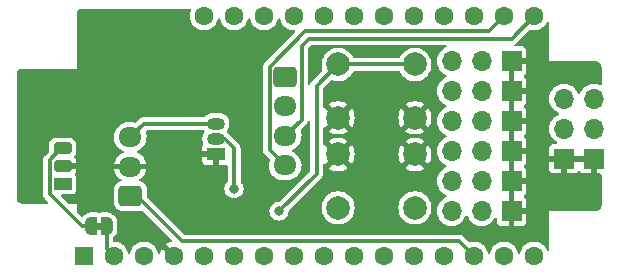
<source format=gbr>
G04 #@! TF.GenerationSoftware,KiCad,Pcbnew,7.0.8*
G04 #@! TF.CreationDate,2023-11-04T12:21:20-07:00*
G04 #@! TF.ProjectId,feather-fc,66656174-6865-4722-9d66-632e6b696361,rev?*
G04 #@! TF.SameCoordinates,Original*
G04 #@! TF.FileFunction,Copper,L2,Bot*
G04 #@! TF.FilePolarity,Positive*
%FSLAX46Y46*%
G04 Gerber Fmt 4.6, Leading zero omitted, Abs format (unit mm)*
G04 Created by KiCad (PCBNEW 7.0.8) date 2023-11-04 12:21:20*
%MOMM*%
%LPD*%
G01*
G04 APERTURE LIST*
G04 Aperture macros list*
%AMRoundRect*
0 Rectangle with rounded corners*
0 $1 Rounding radius*
0 $2 $3 $4 $5 $6 $7 $8 $9 X,Y pos of 4 corners*
0 Add a 4 corners polygon primitive as box body*
4,1,4,$2,$3,$4,$5,$6,$7,$8,$9,$2,$3,0*
0 Add four circle primitives for the rounded corners*
1,1,$1+$1,$2,$3*
1,1,$1+$1,$4,$5*
1,1,$1+$1,$6,$7*
1,1,$1+$1,$8,$9*
0 Add four rect primitives between the rounded corners*
20,1,$1+$1,$2,$3,$4,$5,0*
20,1,$1+$1,$4,$5,$6,$7,0*
20,1,$1+$1,$6,$7,$8,$9,0*
20,1,$1+$1,$8,$9,$2,$3,0*%
%AMFreePoly0*
4,1,19,0.500000,-0.750000,0.000000,-0.750000,0.000000,-0.744911,-0.071157,-0.744911,-0.207708,-0.704816,-0.327430,-0.627875,-0.420627,-0.520320,-0.479746,-0.390866,-0.500000,-0.250000,-0.500000,0.250000,-0.479746,0.390866,-0.420627,0.520320,-0.327430,0.627875,-0.207708,0.704816,-0.071157,0.744911,0.000000,0.744911,0.000000,0.750000,0.500000,0.750000,0.500000,-0.750000,0.500000,-0.750000,
$1*%
%AMFreePoly1*
4,1,19,0.000000,0.744911,0.071157,0.744911,0.207708,0.704816,0.327430,0.627875,0.420627,0.520320,0.479746,0.390866,0.500000,0.250000,0.500000,-0.250000,0.479746,-0.390866,0.420627,-0.520320,0.327430,-0.627875,0.207708,-0.704816,0.071157,-0.744911,0.000000,-0.744911,0.000000,-0.750000,-0.500000,-0.750000,-0.500000,0.750000,0.000000,0.750000,0.000000,0.744911,0.000000,0.744911,
$1*%
G04 Aperture macros list end*
G04 #@! TA.AperFunction,ComponentPad*
%ADD10R,1.600000X1.600000*%
G04 #@! TD*
G04 #@! TA.AperFunction,ComponentPad*
%ADD11C,1.600000*%
G04 #@! TD*
G04 #@! TA.AperFunction,ComponentPad*
%ADD12R,1.700000X1.700000*%
G04 #@! TD*
G04 #@! TA.AperFunction,ComponentPad*
%ADD13O,1.700000X1.700000*%
G04 #@! TD*
G04 #@! TA.AperFunction,ComponentPad*
%ADD14C,2.000000*%
G04 #@! TD*
G04 #@! TA.AperFunction,ComponentPad*
%ADD15R,1.500000X1.050000*%
G04 #@! TD*
G04 #@! TA.AperFunction,ComponentPad*
%ADD16O,1.500000X1.050000*%
G04 #@! TD*
G04 #@! TA.AperFunction,ComponentPad*
%ADD17RoundRect,0.250000X0.725000X-0.600000X0.725000X0.600000X-0.725000X0.600000X-0.725000X-0.600000X0*%
G04 #@! TD*
G04 #@! TA.AperFunction,ComponentPad*
%ADD18O,1.950000X1.700000*%
G04 #@! TD*
G04 #@! TA.AperFunction,ComponentPad*
%ADD19RoundRect,0.250000X-0.725000X0.600000X-0.725000X-0.600000X0.725000X-0.600000X0.725000X0.600000X0*%
G04 #@! TD*
G04 #@! TA.AperFunction,ComponentPad*
%ADD20R,1.500000X1.000000*%
G04 #@! TD*
G04 #@! TA.AperFunction,ComponentPad*
%ADD21RoundRect,0.250000X0.500000X-0.250000X0.500000X0.250000X-0.500000X0.250000X-0.500000X-0.250000X0*%
G04 #@! TD*
G04 #@! TA.AperFunction,SMDPad,CuDef*
%ADD22FreePoly0,180.000000*%
G04 #@! TD*
G04 #@! TA.AperFunction,SMDPad,CuDef*
%ADD23FreePoly1,180.000000*%
G04 #@! TD*
G04 #@! TA.AperFunction,ViaPad*
%ADD24C,0.800000*%
G04 #@! TD*
G04 #@! TA.AperFunction,Conductor*
%ADD25C,0.300000*%
G04 #@! TD*
G04 APERTURE END LIST*
G04 #@! TA.AperFunction,EtchedComponent*
G36*
X33270000Y-44750000D02*
G01*
X32770000Y-44750000D01*
X32770000Y-44150000D01*
X33270000Y-44150000D01*
X33270000Y-44750000D01*
G37*
G04 #@! TD.AperFunction*
D10*
X31750000Y-46990000D03*
D11*
X34290000Y-46990000D03*
X36830000Y-46990000D03*
X39370000Y-46990000D03*
X41910000Y-46990000D03*
X44450000Y-46990000D03*
X46990000Y-46990000D03*
X49530000Y-46990000D03*
X52070000Y-46990000D03*
X54610000Y-46990000D03*
X57150000Y-46990000D03*
X59690000Y-46990000D03*
X62230000Y-46990000D03*
X64770000Y-46990000D03*
X67310000Y-46990000D03*
X69850000Y-46990000D03*
X69850000Y-26670000D03*
X67310000Y-26670000D03*
X64770000Y-26670000D03*
X62230000Y-26670000D03*
X59690000Y-26670000D03*
X57150000Y-26670000D03*
X54610000Y-26670000D03*
X52070000Y-26670000D03*
X49530000Y-26670000D03*
X46990000Y-26670000D03*
X44450000Y-26670000D03*
X41910000Y-26670000D03*
D12*
X74930000Y-38735000D03*
D13*
X74930000Y-36195000D03*
X74930000Y-33655000D03*
D12*
X67945000Y-30480000D03*
D13*
X65405000Y-30480000D03*
X62865000Y-30480000D03*
D12*
X67945000Y-40640000D03*
D13*
X65405000Y-40640000D03*
X62865000Y-40640000D03*
D14*
X59765000Y-42890000D03*
X53265000Y-42890000D03*
X59765000Y-38390000D03*
X53265000Y-38390000D03*
D15*
X42905000Y-38327500D03*
D16*
X42905000Y-37057500D03*
X42905000Y-35787500D03*
D14*
X53265000Y-30770000D03*
X59765000Y-30770000D03*
X53265000Y-35270000D03*
X59765000Y-35270000D03*
D12*
X67945000Y-35560000D03*
D13*
X65405000Y-35560000D03*
X62865000Y-35560000D03*
D17*
X35670000Y-41910000D03*
D18*
X35670000Y-39410000D03*
X35670000Y-36910000D03*
D12*
X67945000Y-43180000D03*
D13*
X65405000Y-43180000D03*
X62865000Y-43180000D03*
D12*
X67945000Y-38100000D03*
D13*
X65405000Y-38100000D03*
X62865000Y-38100000D03*
D12*
X72390000Y-38735000D03*
D13*
X72390000Y-36195000D03*
X72390000Y-33655000D03*
D12*
X67945000Y-33020000D03*
D13*
X65405000Y-33020000D03*
X62865000Y-33020000D03*
D19*
X48785000Y-31810000D03*
D18*
X48785000Y-34310000D03*
X48785000Y-36810000D03*
X48785000Y-39310000D03*
D20*
X29929000Y-40870000D03*
D21*
X29929000Y-39370000D03*
X29929000Y-37870000D03*
D22*
X33670000Y-44450000D03*
D23*
X32370000Y-44450000D03*
D24*
X44450000Y-41275000D03*
X45085000Y-30275000D03*
X40005000Y-30275000D03*
X48260000Y-43180000D03*
D25*
X42905000Y-37057500D02*
X43651325Y-37057500D01*
X43651325Y-37057500D02*
X44450000Y-37856175D01*
X44450000Y-37856175D02*
X44450000Y-41275000D01*
X42905000Y-35787500D02*
X36792500Y-35787500D01*
X36792500Y-35787500D02*
X35670000Y-36910000D01*
X28829000Y-41720000D02*
X28829000Y-38871472D01*
X29830472Y-37870000D02*
X29929000Y-37870000D01*
X31559000Y-44450000D02*
X28829000Y-41720000D01*
X32370000Y-44450000D02*
X31559000Y-44450000D01*
X28829000Y-38871472D02*
X29830472Y-37870000D01*
X36195000Y-41910000D02*
X40005000Y-45720000D01*
X64770000Y-46990000D02*
X63500000Y-45720000D01*
X35670000Y-41910000D02*
X36195000Y-41910000D01*
X63500000Y-45720000D02*
X40005000Y-45720000D01*
X50800000Y-28575000D02*
X50165000Y-29210000D01*
X50165000Y-29210000D02*
X50165000Y-35430000D01*
X50165000Y-35430000D02*
X48785000Y-36810000D01*
X67945000Y-28575000D02*
X50800000Y-28575000D01*
X69850000Y-26670000D02*
X67945000Y-28575000D01*
X67310000Y-26670000D02*
X66040000Y-27940000D01*
X47460000Y-37985000D02*
X48785000Y-39310000D01*
X66040000Y-27940000D02*
X50481472Y-27940000D01*
X50481472Y-27940000D02*
X47460000Y-30961472D01*
X47460000Y-30961472D02*
X47460000Y-37985000D01*
X48260000Y-43180000D02*
X51435000Y-40005000D01*
X51435000Y-40005000D02*
X51435000Y-32600000D01*
X59765000Y-30770000D02*
X53265000Y-30770000D01*
X51435000Y-32600000D02*
X53265000Y-30770000D01*
X33670000Y-44450000D02*
X33670000Y-46370000D01*
X33670000Y-46370000D02*
X34290000Y-46990000D01*
G04 #@! TA.AperFunction,Conductor*
G36*
X40783397Y-26053907D02*
G01*
X40819361Y-26103407D01*
X40819361Y-26164593D01*
X40813827Y-26178128D01*
X40807030Y-26191779D01*
X40785771Y-26234472D01*
X40724885Y-26448464D01*
X40704357Y-26670000D01*
X40724885Y-26891536D01*
X40785771Y-27105528D01*
X40884942Y-27304689D01*
X41019019Y-27482236D01*
X41183438Y-27632124D01*
X41372599Y-27749247D01*
X41580060Y-27829618D01*
X41798757Y-27870500D01*
X42021243Y-27870500D01*
X42239940Y-27829618D01*
X42447401Y-27749247D01*
X42636562Y-27632124D01*
X42800981Y-27482236D01*
X42935058Y-27304689D01*
X43034229Y-27105528D01*
X43084780Y-26927859D01*
X43118889Y-26877065D01*
X43176342Y-26856021D01*
X43235191Y-26872765D01*
X43272960Y-26920902D01*
X43275215Y-26927845D01*
X43325771Y-27105528D01*
X43424942Y-27304689D01*
X43559019Y-27482236D01*
X43723438Y-27632124D01*
X43912599Y-27749247D01*
X44120060Y-27829618D01*
X44338757Y-27870500D01*
X44561243Y-27870500D01*
X44779940Y-27829618D01*
X44987401Y-27749247D01*
X45176562Y-27632124D01*
X45340981Y-27482236D01*
X45475058Y-27304689D01*
X45574229Y-27105528D01*
X45624780Y-26927859D01*
X45658889Y-26877065D01*
X45716342Y-26856021D01*
X45775191Y-26872765D01*
X45812960Y-26920902D01*
X45815215Y-26927845D01*
X45865771Y-27105528D01*
X45964942Y-27304689D01*
X46099019Y-27482236D01*
X46263438Y-27632124D01*
X46452599Y-27749247D01*
X46660060Y-27829618D01*
X46878757Y-27870500D01*
X47101243Y-27870500D01*
X47319940Y-27829618D01*
X47527401Y-27749247D01*
X47716562Y-27632124D01*
X47880981Y-27482236D01*
X48015058Y-27304689D01*
X48114229Y-27105528D01*
X48164780Y-26927859D01*
X48198889Y-26877065D01*
X48256342Y-26856021D01*
X48315191Y-26872765D01*
X48352960Y-26920902D01*
X48355215Y-26927845D01*
X48405771Y-27105528D01*
X48504942Y-27304689D01*
X48639019Y-27482236D01*
X48803438Y-27632124D01*
X48992599Y-27749247D01*
X49200060Y-27829618D01*
X49418757Y-27870500D01*
X49533438Y-27870500D01*
X49591629Y-27889407D01*
X49627593Y-27938907D01*
X49627593Y-28000093D01*
X49603442Y-28039504D01*
X47077381Y-30565565D01*
X47028956Y-30610791D01*
X47028955Y-30610793D01*
X47005624Y-30649156D01*
X47002773Y-30653345D01*
X46975639Y-30689129D01*
X46975638Y-30689131D01*
X46968269Y-30707815D01*
X46960765Y-30722924D01*
X46950327Y-30740090D01*
X46938210Y-30783333D01*
X46936594Y-30788138D01*
X46920123Y-30829909D01*
X46920122Y-30829913D01*
X46918068Y-30849889D01*
X46914919Y-30866462D01*
X46909500Y-30885806D01*
X46909500Y-30930708D01*
X46909240Y-30935773D01*
X46904648Y-30980445D01*
X46908060Y-31000231D01*
X46909500Y-31017054D01*
X46909500Y-37975602D01*
X46907238Y-38041826D01*
X46915931Y-38077500D01*
X46917867Y-38085441D01*
X46918814Y-38090423D01*
X46924930Y-38134921D01*
X46924930Y-38134922D01*
X46932931Y-38153341D01*
X46938313Y-38169345D01*
X46943065Y-38188846D01*
X46943068Y-38188854D01*
X46965075Y-38227995D01*
X46967327Y-38232528D01*
X46968401Y-38235000D01*
X46985220Y-38273721D01*
X46997891Y-38289295D01*
X47007391Y-38303253D01*
X47017232Y-38320757D01*
X47048992Y-38352518D01*
X47052390Y-38356283D01*
X47079820Y-38390000D01*
X47080722Y-38391108D01*
X47097124Y-38402686D01*
X47110036Y-38413561D01*
X47464242Y-38767767D01*
X47492019Y-38822284D01*
X47485272Y-38876679D01*
X47465896Y-38922012D01*
X47415810Y-39141459D01*
X47415808Y-39141473D01*
X47405709Y-39366328D01*
X47435925Y-39589387D01*
X47505483Y-39803466D01*
X47612148Y-40001681D01*
X47612148Y-40001682D01*
X47752491Y-40177665D01*
X47752492Y-40177666D01*
X47922004Y-40325765D01*
X48115236Y-40441215D01*
X48325976Y-40520307D01*
X48547453Y-40560500D01*
X48547457Y-40560500D01*
X48966151Y-40560500D01*
X48966155Y-40560500D01*
X49013560Y-40556233D01*
X49134180Y-40545378D01*
X49134183Y-40545377D01*
X49134188Y-40545377D01*
X49351170Y-40485493D01*
X49553973Y-40387829D01*
X49736078Y-40255522D01*
X49891632Y-40092825D01*
X50015635Y-39904968D01*
X50104103Y-39697988D01*
X50154191Y-39478537D01*
X50164290Y-39253670D01*
X50134075Y-39030613D01*
X50064517Y-38816536D01*
X50064516Y-38816535D01*
X50064516Y-38816533D01*
X49983873Y-38666675D01*
X49957852Y-38618319D01*
X49957851Y-38618317D01*
X49817508Y-38442334D01*
X49817507Y-38442333D01*
X49675171Y-38317977D01*
X49647996Y-38294235D01*
X49454764Y-38178785D01*
X49448676Y-38176500D01*
X49387819Y-38153660D01*
X49339982Y-38115512D01*
X49323705Y-38056532D01*
X49345203Y-37999248D01*
X49379649Y-37971777D01*
X49553973Y-37887829D01*
X49736078Y-37755522D01*
X49891632Y-37592825D01*
X50015635Y-37404968D01*
X50104103Y-37197988D01*
X50154191Y-36978537D01*
X50164290Y-36753670D01*
X50134075Y-36530613D01*
X50134074Y-36530612D01*
X50134074Y-36530607D01*
X50081418Y-36368552D01*
X50081417Y-36307367D01*
X50105566Y-36267957D01*
X50547618Y-35825906D01*
X50596044Y-35780680D01*
X50619379Y-35742306D01*
X50622217Y-35738134D01*
X50649361Y-35702342D01*
X50656731Y-35683651D01*
X50664236Y-35668541D01*
X50674672Y-35651382D01*
X50686790Y-35608130D01*
X50688405Y-35603330D01*
X50688840Y-35602227D01*
X50693404Y-35590652D01*
X50732341Y-35543459D01*
X50791584Y-35528163D01*
X50848503Y-35550611D01*
X50881357Y-35602227D01*
X50884500Y-35626976D01*
X50884500Y-39735966D01*
X50865593Y-39794157D01*
X50855504Y-39805970D01*
X48314967Y-42346506D01*
X48260450Y-42374283D01*
X48256048Y-42374879D01*
X48080750Y-42394630D01*
X48080738Y-42394633D01*
X47910477Y-42454211D01*
X47910476Y-42454211D01*
X47757741Y-42550181D01*
X47630181Y-42677741D01*
X47534211Y-42830476D01*
X47534211Y-42830477D01*
X47474633Y-43000738D01*
X47474632Y-43000742D01*
X47454435Y-43180000D01*
X47474632Y-43359257D01*
X47474633Y-43359261D01*
X47534211Y-43529522D01*
X47534211Y-43529523D01*
X47630181Y-43682258D01*
X47630184Y-43682262D01*
X47757738Y-43809816D01*
X47910478Y-43905789D01*
X47962279Y-43923915D01*
X48080738Y-43965366D01*
X48080742Y-43965367D01*
X48080745Y-43965368D01*
X48260000Y-43985565D01*
X48439255Y-43965368D01*
X48609522Y-43905789D01*
X48762262Y-43809816D01*
X48889816Y-43682262D01*
X48985789Y-43529522D01*
X49045368Y-43359255D01*
X49065120Y-43183947D01*
X49090423Y-43128242D01*
X49093471Y-43125052D01*
X49328523Y-42890000D01*
X51859700Y-42890000D01*
X51878865Y-43121303D01*
X51906985Y-43232344D01*
X51935843Y-43346300D01*
X52029076Y-43558849D01*
X52156021Y-43753153D01*
X52313216Y-43923913D01*
X52496374Y-44066470D01*
X52594365Y-44119500D01*
X52660234Y-44155147D01*
X52700497Y-44176936D01*
X52920019Y-44252298D01*
X53148951Y-44290500D01*
X53381049Y-44290500D01*
X53609981Y-44252298D01*
X53829503Y-44176936D01*
X54033626Y-44066470D01*
X54216784Y-43923913D01*
X54373979Y-43753153D01*
X54500924Y-43558849D01*
X54594157Y-43346300D01*
X54651134Y-43121305D01*
X54670300Y-42890000D01*
X58359700Y-42890000D01*
X58378865Y-43121303D01*
X58406985Y-43232344D01*
X58435843Y-43346300D01*
X58529076Y-43558849D01*
X58656021Y-43753153D01*
X58813216Y-43923913D01*
X58996374Y-44066470D01*
X59094365Y-44119500D01*
X59160234Y-44155147D01*
X59200497Y-44176936D01*
X59420019Y-44252298D01*
X59648951Y-44290500D01*
X59881049Y-44290500D01*
X60109981Y-44252298D01*
X60329503Y-44176936D01*
X60533626Y-44066470D01*
X60716784Y-43923913D01*
X60873979Y-43753153D01*
X61000924Y-43558849D01*
X61094157Y-43346300D01*
X61151134Y-43121305D01*
X61170300Y-42890000D01*
X61151134Y-42658695D01*
X61094157Y-42433700D01*
X61000924Y-42221151D01*
X60873979Y-42026847D01*
X60716784Y-41856087D01*
X60615504Y-41777258D01*
X60533629Y-41713532D01*
X60533626Y-41713530D01*
X60329506Y-41603065D01*
X60313221Y-41597474D01*
X60109981Y-41527702D01*
X60109978Y-41527701D01*
X60109977Y-41527701D01*
X59881049Y-41489500D01*
X59648951Y-41489500D01*
X59420022Y-41527701D01*
X59200493Y-41603065D01*
X58996373Y-41713530D01*
X58996370Y-41713532D01*
X58813219Y-41856084D01*
X58813216Y-41856086D01*
X58813216Y-41856087D01*
X58735079Y-41940967D01*
X58656020Y-42026848D01*
X58620926Y-42080564D01*
X58529076Y-42221151D01*
X58452980Y-42394633D01*
X58435843Y-42433701D01*
X58378865Y-42658696D01*
X58359700Y-42890000D01*
X54670300Y-42890000D01*
X54651134Y-42658695D01*
X54594157Y-42433700D01*
X54500924Y-42221151D01*
X54373979Y-42026847D01*
X54216784Y-41856087D01*
X54115504Y-41777258D01*
X54033629Y-41713532D01*
X54033626Y-41713530D01*
X53829506Y-41603065D01*
X53813221Y-41597474D01*
X53609981Y-41527702D01*
X53609978Y-41527701D01*
X53609977Y-41527701D01*
X53381049Y-41489500D01*
X53148951Y-41489500D01*
X52920022Y-41527701D01*
X52700493Y-41603065D01*
X52496373Y-41713530D01*
X52496370Y-41713532D01*
X52313219Y-41856084D01*
X52313216Y-41856086D01*
X52313216Y-41856087D01*
X52235079Y-41940967D01*
X52156020Y-42026848D01*
X52120926Y-42080564D01*
X52029076Y-42221151D01*
X51952980Y-42394633D01*
X51935843Y-42433701D01*
X51878865Y-42658696D01*
X51859700Y-42890000D01*
X49328523Y-42890000D01*
X51817603Y-40400920D01*
X51866044Y-40355680D01*
X51889383Y-40317298D01*
X51892229Y-40313118D01*
X51895199Y-40309202D01*
X51919361Y-40277342D01*
X51926727Y-40258660D01*
X51934239Y-40243537D01*
X51944672Y-40226382D01*
X51956790Y-40183130D01*
X51958397Y-40178348D01*
X51974876Y-40136564D01*
X51976929Y-40116585D01*
X51980082Y-40100004D01*
X51985499Y-40080668D01*
X51985500Y-40080667D01*
X51985500Y-40035763D01*
X51985760Y-40030698D01*
X51987006Y-40018568D01*
X51990352Y-39986028D01*
X51986939Y-39966231D01*
X51985500Y-39949412D01*
X51985500Y-39284124D01*
X52004407Y-39225933D01*
X52053907Y-39189969D01*
X52094714Y-39185652D01*
X52113812Y-39187632D01*
X52739070Y-38562374D01*
X52741884Y-38575915D01*
X52811442Y-38710156D01*
X52914638Y-38820652D01*
X53043819Y-38899209D01*
X53095002Y-38913550D01*
X52466200Y-39542352D01*
X52496646Y-39566049D01*
X52700695Y-39676475D01*
X52920145Y-39751812D01*
X53148993Y-39790000D01*
X53381007Y-39790000D01*
X53609854Y-39751812D01*
X53829304Y-39676475D01*
X54033352Y-39566049D01*
X54033356Y-39566046D01*
X54063798Y-39542352D01*
X54063798Y-39542351D01*
X53436568Y-38915121D01*
X53553458Y-38864349D01*
X53670739Y-38768934D01*
X53757928Y-38645415D01*
X53788355Y-38559801D01*
X54416187Y-39187633D01*
X54500480Y-39058614D01*
X54500485Y-39058605D01*
X54593679Y-38846140D01*
X54593680Y-38846137D01*
X54650638Y-38621220D01*
X54669797Y-38390000D01*
X58360202Y-38390000D01*
X58379361Y-38621220D01*
X58436318Y-38846137D01*
X58529517Y-39058609D01*
X58613812Y-39187632D01*
X59239070Y-38562374D01*
X59241884Y-38575915D01*
X59311442Y-38710156D01*
X59414638Y-38820652D01*
X59543819Y-38899209D01*
X59595002Y-38913550D01*
X58966200Y-39542352D01*
X58996646Y-39566049D01*
X59200695Y-39676475D01*
X59420145Y-39751812D01*
X59648993Y-39790000D01*
X59881007Y-39790000D01*
X60109854Y-39751812D01*
X60329304Y-39676475D01*
X60533352Y-39566049D01*
X60533356Y-39566046D01*
X60563798Y-39542352D01*
X60563798Y-39542351D01*
X59936568Y-38915121D01*
X60053458Y-38864349D01*
X60170739Y-38768934D01*
X60257928Y-38645415D01*
X60288355Y-38559801D01*
X60916187Y-39187633D01*
X61000480Y-39058614D01*
X61000485Y-39058605D01*
X61093679Y-38846140D01*
X61093680Y-38846137D01*
X61150638Y-38621220D01*
X61169797Y-38390000D01*
X61150638Y-38158779D01*
X61093680Y-37933862D01*
X61093679Y-37933859D01*
X61000485Y-37721394D01*
X61000480Y-37721385D01*
X60916187Y-37592365D01*
X60290929Y-38217622D01*
X60288116Y-38204085D01*
X60218558Y-38069844D01*
X60115362Y-37959348D01*
X59986181Y-37880791D01*
X59934994Y-37866449D01*
X60563798Y-37237646D01*
X60563798Y-37237645D01*
X60533362Y-37213956D01*
X60533353Y-37213951D01*
X60329304Y-37103524D01*
X60109854Y-37028187D01*
X59881007Y-36990000D01*
X59648993Y-36990000D01*
X59420145Y-37028187D01*
X59200695Y-37103524D01*
X58996647Y-37213950D01*
X58996647Y-37213951D01*
X58966200Y-37237646D01*
X59593432Y-37864878D01*
X59476542Y-37915651D01*
X59359261Y-38011066D01*
X59272072Y-38134585D01*
X59241645Y-38220198D01*
X58613811Y-37592365D01*
X58529518Y-37721388D01*
X58529516Y-37721391D01*
X58436318Y-37933862D01*
X58379361Y-38158779D01*
X58360202Y-38390000D01*
X54669797Y-38390000D01*
X54650638Y-38158779D01*
X54593680Y-37933862D01*
X54593679Y-37933859D01*
X54500485Y-37721394D01*
X54500480Y-37721385D01*
X54416187Y-37592365D01*
X53790929Y-38217622D01*
X53788116Y-38204085D01*
X53718558Y-38069844D01*
X53615362Y-37959348D01*
X53486181Y-37880791D01*
X53434994Y-37866449D01*
X54063798Y-37237646D01*
X54063798Y-37237645D01*
X54033362Y-37213956D01*
X54033353Y-37213951D01*
X53829304Y-37103524D01*
X53609854Y-37028187D01*
X53381007Y-36990000D01*
X53148993Y-36990000D01*
X52920145Y-37028187D01*
X52700695Y-37103524D01*
X52496647Y-37213950D01*
X52496647Y-37213951D01*
X52466200Y-37237646D01*
X53093432Y-37864878D01*
X52976542Y-37915651D01*
X52859261Y-38011066D01*
X52772072Y-38134585D01*
X52741645Y-38220198D01*
X52113811Y-37592364D01*
X52094712Y-37594345D01*
X52034881Y-37581541D01*
X51994003Y-37536015D01*
X51985500Y-37495873D01*
X51985500Y-36164124D01*
X52004407Y-36105933D01*
X52053907Y-36069969D01*
X52094714Y-36065652D01*
X52113812Y-36067632D01*
X52739070Y-35442374D01*
X52741884Y-35455915D01*
X52811442Y-35590156D01*
X52914638Y-35700652D01*
X53043819Y-35779209D01*
X53095002Y-35793550D01*
X52466200Y-36422352D01*
X52496646Y-36446049D01*
X52700695Y-36556475D01*
X52920145Y-36631812D01*
X53148993Y-36670000D01*
X53381007Y-36670000D01*
X53609854Y-36631812D01*
X53829304Y-36556475D01*
X54033352Y-36446049D01*
X54033356Y-36446046D01*
X54063798Y-36422352D01*
X54063798Y-36422351D01*
X53436568Y-35795121D01*
X53553458Y-35744349D01*
X53670739Y-35648934D01*
X53757928Y-35525415D01*
X53788355Y-35439801D01*
X54416187Y-36067633D01*
X54500480Y-35938614D01*
X54500485Y-35938605D01*
X54593679Y-35726140D01*
X54593680Y-35726137D01*
X54650638Y-35501220D01*
X54669797Y-35270000D01*
X58360202Y-35270000D01*
X58379361Y-35501220D01*
X58436318Y-35726137D01*
X58529517Y-35938609D01*
X58613812Y-36067632D01*
X59239070Y-35442374D01*
X59241884Y-35455915D01*
X59311442Y-35590156D01*
X59414638Y-35700652D01*
X59543819Y-35779209D01*
X59595002Y-35793550D01*
X58966200Y-36422352D01*
X58996646Y-36446049D01*
X59200695Y-36556475D01*
X59420145Y-36631812D01*
X59648993Y-36670000D01*
X59881007Y-36670000D01*
X60109854Y-36631812D01*
X60329304Y-36556475D01*
X60533352Y-36446049D01*
X60533356Y-36446046D01*
X60563798Y-36422352D01*
X60563798Y-36422351D01*
X59936568Y-35795121D01*
X60053458Y-35744349D01*
X60170739Y-35648934D01*
X60257928Y-35525415D01*
X60288355Y-35439801D01*
X60916187Y-36067633D01*
X61000480Y-35938614D01*
X61000485Y-35938605D01*
X61093679Y-35726140D01*
X61093680Y-35726137D01*
X61150638Y-35501220D01*
X61169797Y-35270000D01*
X61150638Y-35038779D01*
X61093680Y-34813862D01*
X61093679Y-34813859D01*
X61000485Y-34601394D01*
X61000480Y-34601385D01*
X60916187Y-34472365D01*
X60290929Y-35097622D01*
X60288116Y-35084085D01*
X60218558Y-34949844D01*
X60115362Y-34839348D01*
X59986181Y-34760791D01*
X59934994Y-34746449D01*
X60563798Y-34117646D01*
X60563798Y-34117645D01*
X60533362Y-34093956D01*
X60533353Y-34093951D01*
X60329304Y-33983524D01*
X60109854Y-33908187D01*
X59881007Y-33870000D01*
X59648993Y-33870000D01*
X59420145Y-33908187D01*
X59200695Y-33983524D01*
X58996647Y-34093950D01*
X58996647Y-34093951D01*
X58966200Y-34117646D01*
X59593432Y-34744878D01*
X59476542Y-34795651D01*
X59359261Y-34891066D01*
X59272072Y-35014585D01*
X59241645Y-35100198D01*
X58613811Y-34472365D01*
X58529518Y-34601388D01*
X58529516Y-34601391D01*
X58436318Y-34813862D01*
X58379361Y-35038779D01*
X58360202Y-35270000D01*
X54669797Y-35270000D01*
X54650638Y-35038779D01*
X54593680Y-34813862D01*
X54593679Y-34813859D01*
X54500485Y-34601394D01*
X54500480Y-34601385D01*
X54416187Y-34472365D01*
X53790929Y-35097622D01*
X53788116Y-35084085D01*
X53718558Y-34949844D01*
X53615362Y-34839348D01*
X53486181Y-34760791D01*
X53434994Y-34746449D01*
X54063798Y-34117646D01*
X54063798Y-34117645D01*
X54033362Y-34093956D01*
X54033353Y-34093951D01*
X53829304Y-33983524D01*
X53609854Y-33908187D01*
X53381007Y-33870000D01*
X53148993Y-33870000D01*
X52920145Y-33908187D01*
X52700695Y-33983524D01*
X52496647Y-34093950D01*
X52496647Y-34093951D01*
X52466200Y-34117646D01*
X53093432Y-34744878D01*
X52976542Y-34795651D01*
X52859261Y-34891066D01*
X52772072Y-35014585D01*
X52741645Y-35100198D01*
X52113811Y-34472364D01*
X52094712Y-34474345D01*
X52034881Y-34461541D01*
X51994003Y-34416015D01*
X51985500Y-34375873D01*
X51985500Y-32869032D01*
X52004407Y-32810841D01*
X52014490Y-32799034D01*
X52698555Y-32114968D01*
X52753072Y-32087192D01*
X52800703Y-32091336D01*
X52920019Y-32132298D01*
X53148951Y-32170500D01*
X53381049Y-32170500D01*
X53609981Y-32132298D01*
X53829503Y-32056936D01*
X54033626Y-31946470D01*
X54216784Y-31803913D01*
X54373979Y-31633153D01*
X54500924Y-31438849D01*
X54526855Y-31379731D01*
X54567545Y-31334038D01*
X54617517Y-31320500D01*
X58412483Y-31320500D01*
X58470674Y-31339407D01*
X58503144Y-31379731D01*
X58529076Y-31438849D01*
X58656021Y-31633153D01*
X58813216Y-31803913D01*
X58996374Y-31946470D01*
X59200497Y-32056936D01*
X59420019Y-32132298D01*
X59648951Y-32170500D01*
X59881049Y-32170500D01*
X60109981Y-32132298D01*
X60329503Y-32056936D01*
X60533626Y-31946470D01*
X60716784Y-31803913D01*
X60873979Y-31633153D01*
X61000924Y-31438849D01*
X61094157Y-31226300D01*
X61151134Y-31001305D01*
X61170300Y-30770000D01*
X61151134Y-30538695D01*
X61094157Y-30313700D01*
X61000924Y-30101151D01*
X60873979Y-29906847D01*
X60716784Y-29736087D01*
X60540031Y-29598515D01*
X60533629Y-29593532D01*
X60533626Y-29593530D01*
X60329506Y-29483065D01*
X60282340Y-29466873D01*
X60109981Y-29407702D01*
X60109978Y-29407701D01*
X60109977Y-29407701D01*
X59881049Y-29369500D01*
X59648951Y-29369500D01*
X59420022Y-29407701D01*
X59200493Y-29483065D01*
X58996373Y-29593530D01*
X58996370Y-29593532D01*
X58813219Y-29736084D01*
X58813216Y-29736086D01*
X58813216Y-29736087D01*
X58731822Y-29824505D01*
X58656020Y-29906848D01*
X58608228Y-29980000D01*
X58531841Y-30096920D01*
X58529075Y-30101153D01*
X58503145Y-30160268D01*
X58462455Y-30205962D01*
X58412483Y-30219500D01*
X54617517Y-30219500D01*
X54559326Y-30200593D01*
X54526855Y-30160268D01*
X54522001Y-30149202D01*
X54500924Y-30101151D01*
X54373979Y-29906847D01*
X54216784Y-29736087D01*
X54040031Y-29598515D01*
X54033629Y-29593532D01*
X54033626Y-29593530D01*
X53829506Y-29483065D01*
X53782340Y-29466873D01*
X53609981Y-29407702D01*
X53609978Y-29407701D01*
X53609977Y-29407701D01*
X53381049Y-29369500D01*
X53148951Y-29369500D01*
X52920022Y-29407701D01*
X52700493Y-29483065D01*
X52496373Y-29593530D01*
X52496370Y-29593532D01*
X52313219Y-29736084D01*
X52313216Y-29736086D01*
X52313216Y-29736087D01*
X52231822Y-29824505D01*
X52156020Y-29906848D01*
X52108228Y-29980000D01*
X52029076Y-30101151D01*
X51935843Y-30313700D01*
X51921414Y-30370678D01*
X51878865Y-30538696D01*
X51859700Y-30770000D01*
X51878865Y-31001303D01*
X51878867Y-31001312D01*
X51935844Y-31226306D01*
X51937434Y-31229930D01*
X51943492Y-31290815D01*
X51916775Y-31339697D01*
X51052381Y-32204093D01*
X51003956Y-32249319D01*
X51003955Y-32249321D01*
X50980624Y-32287684D01*
X50977773Y-32291873D01*
X50950639Y-32327657D01*
X50950638Y-32327659D01*
X50943269Y-32346343D01*
X50935765Y-32361452D01*
X50925327Y-32378618D01*
X50913211Y-32421860D01*
X50911596Y-32426663D01*
X50906600Y-32439332D01*
X50867667Y-32486533D01*
X50808426Y-32501835D01*
X50751505Y-32479393D01*
X50718646Y-32427780D01*
X50715500Y-32403021D01*
X50715500Y-29479033D01*
X50734407Y-29420842D01*
X50744496Y-29409029D01*
X50999029Y-29154496D01*
X51053546Y-29126719D01*
X51069033Y-29125500D01*
X62364238Y-29125500D01*
X62422429Y-29144407D01*
X62458393Y-29193907D01*
X62458393Y-29255093D01*
X62422429Y-29304593D01*
X62406077Y-29314224D01*
X62237371Y-29392892D01*
X62237364Y-29392896D01*
X62058127Y-29518398D01*
X61903398Y-29673127D01*
X61777896Y-29852364D01*
X61777892Y-29852372D01*
X61685426Y-30050666D01*
X61628791Y-30262030D01*
X61609723Y-30479996D01*
X61609723Y-30480000D01*
X61628791Y-30697969D01*
X61628792Y-30697976D01*
X61628793Y-30697977D01*
X61685425Y-30909330D01*
X61777898Y-31107639D01*
X61783349Y-31115424D01*
X61880043Y-31253518D01*
X61903402Y-31286877D01*
X62058123Y-31441598D01*
X62237361Y-31567102D01*
X62435670Y-31659575D01*
X62435671Y-31659575D01*
X62437172Y-31660275D01*
X62481920Y-31702004D01*
X62493595Y-31762065D01*
X62467737Y-31817518D01*
X62437172Y-31839724D01*
X62237372Y-31932892D01*
X62237364Y-31932896D01*
X62058127Y-32058398D01*
X61903398Y-32213127D01*
X61777896Y-32392364D01*
X61777892Y-32392372D01*
X61685426Y-32590666D01*
X61628791Y-32802030D01*
X61609723Y-33019996D01*
X61609723Y-33020003D01*
X61628791Y-33237969D01*
X61628792Y-33237976D01*
X61628793Y-33237977D01*
X61685425Y-33449330D01*
X61777898Y-33647639D01*
X61903402Y-33826877D01*
X62058123Y-33981598D01*
X62058126Y-33981600D01*
X62058127Y-33981601D01*
X62077464Y-33995141D01*
X62237361Y-34107102D01*
X62435670Y-34199575D01*
X62435671Y-34199575D01*
X62437172Y-34200275D01*
X62481920Y-34242004D01*
X62493595Y-34302065D01*
X62467737Y-34357518D01*
X62437172Y-34379724D01*
X62237372Y-34472892D01*
X62237364Y-34472896D01*
X62058127Y-34598398D01*
X61903398Y-34753127D01*
X61777896Y-34932364D01*
X61777892Y-34932372D01*
X61685426Y-35130666D01*
X61628791Y-35342030D01*
X61609723Y-35559996D01*
X61609723Y-35560003D01*
X61628791Y-35777969D01*
X61628792Y-35777976D01*
X61628793Y-35777977D01*
X61685425Y-35989330D01*
X61777898Y-36187639D01*
X61785910Y-36199081D01*
X61901603Y-36364309D01*
X61903402Y-36366877D01*
X62058123Y-36521598D01*
X62237361Y-36647102D01*
X62435670Y-36739575D01*
X62435671Y-36739575D01*
X62437172Y-36740275D01*
X62481920Y-36782004D01*
X62493595Y-36842065D01*
X62467737Y-36897518D01*
X62437172Y-36919724D01*
X62237372Y-37012892D01*
X62237364Y-37012896D01*
X62058127Y-37138398D01*
X61903398Y-37293127D01*
X61777896Y-37472364D01*
X61777892Y-37472372D01*
X61685426Y-37670666D01*
X61628791Y-37882030D01*
X61609723Y-38099996D01*
X61609723Y-38100003D01*
X61628791Y-38317969D01*
X61628792Y-38317976D01*
X61628793Y-38317977D01*
X61685425Y-38529330D01*
X61777898Y-38727639D01*
X61789041Y-38743553D01*
X61898032Y-38899209D01*
X61903402Y-38906877D01*
X62058123Y-39061598D01*
X62237361Y-39187102D01*
X62435670Y-39279575D01*
X62435671Y-39279575D01*
X62437172Y-39280275D01*
X62481920Y-39322004D01*
X62493595Y-39382065D01*
X62467737Y-39437518D01*
X62437172Y-39459724D01*
X62237372Y-39552892D01*
X62237364Y-39552896D01*
X62058127Y-39678398D01*
X61903398Y-39833127D01*
X61777896Y-40012364D01*
X61777892Y-40012372D01*
X61685426Y-40210666D01*
X61628791Y-40422030D01*
X61609723Y-40639996D01*
X61609723Y-40640003D01*
X61628791Y-40857969D01*
X61628792Y-40857976D01*
X61628793Y-40857977D01*
X61685425Y-41069330D01*
X61777898Y-41267639D01*
X61903402Y-41446877D01*
X62058123Y-41601598D01*
X62058126Y-41601600D01*
X62058127Y-41601601D01*
X62067754Y-41608342D01*
X62237361Y-41727102D01*
X62435670Y-41819575D01*
X62435671Y-41819575D01*
X62437172Y-41820275D01*
X62481920Y-41862004D01*
X62493595Y-41922065D01*
X62467737Y-41977518D01*
X62437172Y-41999724D01*
X62237372Y-42092892D01*
X62237364Y-42092896D01*
X62058127Y-42218398D01*
X61903398Y-42373127D01*
X61777896Y-42552364D01*
X61777892Y-42552372D01*
X61685426Y-42750666D01*
X61628791Y-42962030D01*
X61609723Y-43179996D01*
X61609723Y-43180000D01*
X61628791Y-43397969D01*
X61628792Y-43397976D01*
X61628793Y-43397977D01*
X61685425Y-43609330D01*
X61777898Y-43807639D01*
X61779424Y-43809818D01*
X61902482Y-43985564D01*
X61903402Y-43986877D01*
X62058123Y-44141598D01*
X62237361Y-44267102D01*
X62435670Y-44359575D01*
X62647023Y-44416207D01*
X62647027Y-44416207D01*
X62647030Y-44416208D01*
X62864997Y-44435277D01*
X62865000Y-44435277D01*
X62865003Y-44435277D01*
X63082969Y-44416208D01*
X63082970Y-44416207D01*
X63082977Y-44416207D01*
X63294330Y-44359575D01*
X63492639Y-44267102D01*
X63671877Y-44141598D01*
X63826598Y-43986877D01*
X63952102Y-43807639D01*
X64044575Y-43609330D01*
X64044576Y-43609325D01*
X64045275Y-43607827D01*
X64087004Y-43563079D01*
X64147065Y-43551404D01*
X64202518Y-43577262D01*
X64224725Y-43607827D01*
X64225423Y-43609325D01*
X64225425Y-43609330D01*
X64317898Y-43807639D01*
X64319424Y-43809818D01*
X64442482Y-43985564D01*
X64443402Y-43986877D01*
X64598123Y-44141598D01*
X64777361Y-44267102D01*
X64975670Y-44359575D01*
X65187023Y-44416207D01*
X65187027Y-44416207D01*
X65187030Y-44416208D01*
X65404997Y-44435277D01*
X65405000Y-44435277D01*
X65405003Y-44435277D01*
X65622969Y-44416208D01*
X65622970Y-44416207D01*
X65622977Y-44416207D01*
X65834330Y-44359575D01*
X66032639Y-44267102D01*
X66211877Y-44141598D01*
X66366598Y-43986877D01*
X66492102Y-43807639D01*
X66506275Y-43777242D01*
X66548001Y-43732495D01*
X66608062Y-43720819D01*
X66663516Y-43746675D01*
X66693180Y-43800188D01*
X66695000Y-43819081D01*
X66695000Y-44061483D01*
X66695001Y-44061485D01*
X66709833Y-44155141D01*
X66709836Y-44155151D01*
X66767358Y-44268043D01*
X66856956Y-44357641D01*
X66969848Y-44415163D01*
X66969852Y-44415164D01*
X67063515Y-44429999D01*
X67694998Y-44429999D01*
X67695000Y-44429998D01*
X67695000Y-43615501D01*
X67802685Y-43664680D01*
X67909237Y-43680000D01*
X67980763Y-43680000D01*
X68087315Y-43664680D01*
X68195000Y-43615501D01*
X68195000Y-44429998D01*
X68195001Y-44429999D01*
X68826483Y-44429999D01*
X68826485Y-44429998D01*
X68920141Y-44415166D01*
X68920151Y-44415163D01*
X69033043Y-44357641D01*
X69122641Y-44268043D01*
X69180163Y-44155151D01*
X69180164Y-44155147D01*
X69195000Y-44061484D01*
X69195000Y-43430001D01*
X69194999Y-43430000D01*
X68378686Y-43430000D01*
X68404493Y-43389844D01*
X68445000Y-43251889D01*
X68445000Y-43108111D01*
X68404493Y-42970156D01*
X68378686Y-42930000D01*
X69194998Y-42930000D01*
X69194999Y-42929999D01*
X69194999Y-42298516D01*
X69194998Y-42298514D01*
X69180166Y-42204858D01*
X69180163Y-42204848D01*
X69122641Y-42091956D01*
X69033043Y-42002358D01*
X69024901Y-41998210D01*
X68981636Y-41954946D01*
X68972064Y-41894514D01*
X68999841Y-41839997D01*
X69024901Y-41821790D01*
X69033043Y-41817641D01*
X69122641Y-41728043D01*
X69180163Y-41615151D01*
X69180164Y-41615147D01*
X69195000Y-41521484D01*
X69195000Y-40890001D01*
X69194999Y-40890000D01*
X68378686Y-40890000D01*
X68404493Y-40849844D01*
X68445000Y-40711889D01*
X68445000Y-40568111D01*
X68404493Y-40430156D01*
X68378686Y-40390000D01*
X69194998Y-40390000D01*
X69194999Y-40389999D01*
X69194999Y-39758516D01*
X69194998Y-39758514D01*
X69180166Y-39664858D01*
X69180163Y-39664848D01*
X69122641Y-39551956D01*
X69033043Y-39462358D01*
X69024901Y-39458210D01*
X68981636Y-39414946D01*
X68972064Y-39354514D01*
X68999841Y-39299997D01*
X69024901Y-39281790D01*
X69033043Y-39277641D01*
X69122641Y-39188043D01*
X69180163Y-39075151D01*
X69180164Y-39075147D01*
X69195000Y-38981484D01*
X69195000Y-38350001D01*
X69194999Y-38350000D01*
X68378686Y-38350000D01*
X68404493Y-38309844D01*
X68445000Y-38171889D01*
X68445000Y-38028111D01*
X68404493Y-37890156D01*
X68378686Y-37850000D01*
X69194998Y-37850000D01*
X69194999Y-37849999D01*
X69194999Y-37218516D01*
X69194998Y-37218514D01*
X69180166Y-37124858D01*
X69180163Y-37124848D01*
X69122641Y-37011956D01*
X69033043Y-36922358D01*
X69024901Y-36918210D01*
X68981636Y-36874946D01*
X68972064Y-36814514D01*
X68999841Y-36759997D01*
X69024901Y-36741790D01*
X69033043Y-36737641D01*
X69122641Y-36648043D01*
X69180163Y-36535151D01*
X69180164Y-36535147D01*
X69195000Y-36441484D01*
X69195000Y-35810001D01*
X69194999Y-35810000D01*
X68378686Y-35810000D01*
X68404493Y-35769844D01*
X68445000Y-35631889D01*
X68445000Y-35488111D01*
X68404493Y-35350156D01*
X68378686Y-35310000D01*
X69194998Y-35310000D01*
X69194999Y-35309999D01*
X69194999Y-34678516D01*
X69194998Y-34678514D01*
X69180166Y-34584858D01*
X69180163Y-34584848D01*
X69122641Y-34471956D01*
X69033043Y-34382358D01*
X69024901Y-34378210D01*
X68981636Y-34334946D01*
X68972064Y-34274514D01*
X68999841Y-34219997D01*
X69024901Y-34201790D01*
X69033043Y-34197641D01*
X69122641Y-34108043D01*
X69180163Y-33995151D01*
X69180164Y-33995147D01*
X69195000Y-33901484D01*
X69195000Y-33270001D01*
X69194999Y-33270000D01*
X68378686Y-33270000D01*
X68404493Y-33229844D01*
X68445000Y-33091889D01*
X68445000Y-32948111D01*
X68404493Y-32810156D01*
X68378686Y-32770000D01*
X69194998Y-32770000D01*
X69194999Y-32769999D01*
X69194999Y-32138516D01*
X69194998Y-32138514D01*
X69180166Y-32044858D01*
X69180163Y-32044848D01*
X69122641Y-31931956D01*
X69033043Y-31842358D01*
X69024901Y-31838210D01*
X68981636Y-31794946D01*
X68972064Y-31734514D01*
X68999841Y-31679997D01*
X69024901Y-31661790D01*
X69033043Y-31657641D01*
X69122641Y-31568043D01*
X69180163Y-31455151D01*
X69180164Y-31455147D01*
X69195000Y-31361484D01*
X69195000Y-30730001D01*
X69194999Y-30730000D01*
X68378686Y-30730000D01*
X68404493Y-30689844D01*
X68445000Y-30551889D01*
X68445000Y-30408111D01*
X68404493Y-30270156D01*
X68378686Y-30230000D01*
X69194998Y-30230000D01*
X69194999Y-30229999D01*
X69194999Y-29598516D01*
X69194998Y-29598514D01*
X69180166Y-29504858D01*
X69180163Y-29504848D01*
X69122641Y-29391956D01*
X69033043Y-29302358D01*
X68920151Y-29244836D01*
X68920147Y-29244835D01*
X68826484Y-29230000D01*
X68290695Y-29230000D01*
X68232504Y-29211093D01*
X68196540Y-29161593D01*
X68196540Y-29100407D01*
X68229391Y-29055191D01*
X68228466Y-29054054D01*
X68233718Y-29049780D01*
X68233720Y-29049780D01*
X68249298Y-29037105D01*
X68263257Y-29027606D01*
X68280755Y-29017768D01*
X68280754Y-29017768D01*
X68280759Y-29017766D01*
X68312529Y-28985994D01*
X68316275Y-28982615D01*
X68351108Y-28954278D01*
X68362687Y-28937872D01*
X68373557Y-28924966D01*
X69440065Y-27858458D01*
X69494580Y-27830683D01*
X69528255Y-27831149D01*
X69738757Y-27870500D01*
X69738758Y-27870500D01*
X69961243Y-27870500D01*
X70179940Y-27829618D01*
X70387401Y-27749247D01*
X70576562Y-27632124D01*
X70740981Y-27482236D01*
X70875058Y-27304689D01*
X70932379Y-27189572D01*
X70975242Y-27145910D01*
X71035583Y-27135781D01*
X71090354Y-27163054D01*
X71118634Y-27217311D01*
X71120000Y-27233701D01*
X71120000Y-30480000D01*
X75061753Y-30480000D01*
X75068220Y-30480424D01*
X75083306Y-30482410D01*
X75181489Y-30495336D01*
X75206447Y-30502023D01*
X75302960Y-30542000D01*
X75325336Y-30554918D01*
X75408216Y-30618515D01*
X75426484Y-30636783D01*
X75480990Y-30707815D01*
X75490079Y-30719660D01*
X75503000Y-30742041D01*
X75514582Y-30770000D01*
X75542975Y-30838548D01*
X75549664Y-30863512D01*
X75564576Y-30976779D01*
X75565000Y-30983247D01*
X75565000Y-32415931D01*
X75546093Y-32474122D01*
X75496593Y-32510086D01*
X75435407Y-32510086D01*
X75424162Y-32505656D01*
X75359331Y-32475425D01*
X75177348Y-32426663D01*
X75147977Y-32418793D01*
X75147976Y-32418792D01*
X75147969Y-32418791D01*
X74930003Y-32399723D01*
X74929997Y-32399723D01*
X74712030Y-32418791D01*
X74500666Y-32475426D01*
X74302372Y-32567892D01*
X74302364Y-32567896D01*
X74123127Y-32693398D01*
X73968398Y-32848127D01*
X73842896Y-33027364D01*
X73842892Y-33027372D01*
X73749724Y-33227172D01*
X73707996Y-33271920D01*
X73647935Y-33283595D01*
X73592482Y-33257737D01*
X73570276Y-33227172D01*
X73477107Y-33027372D01*
X73477103Y-33027364D01*
X73351601Y-32848127D01*
X73351600Y-32848126D01*
X73351598Y-32848123D01*
X73196877Y-32693402D01*
X73196873Y-32693399D01*
X73196872Y-32693398D01*
X73056413Y-32595048D01*
X73017639Y-32567898D01*
X72819330Y-32475425D01*
X72607977Y-32418793D01*
X72607976Y-32418792D01*
X72607969Y-32418791D01*
X72390003Y-32399723D01*
X72389997Y-32399723D01*
X72172030Y-32418791D01*
X71960666Y-32475426D01*
X71762372Y-32567892D01*
X71762364Y-32567896D01*
X71583127Y-32693398D01*
X71428398Y-32848127D01*
X71302896Y-33027364D01*
X71302892Y-33027372D01*
X71210426Y-33225666D01*
X71153791Y-33437030D01*
X71134723Y-33654996D01*
X71134723Y-33655003D01*
X71153791Y-33872969D01*
X71153792Y-33872976D01*
X71153793Y-33872977D01*
X71210425Y-34084330D01*
X71302898Y-34282639D01*
X71355329Y-34357518D01*
X71428166Y-34461541D01*
X71428402Y-34461877D01*
X71583123Y-34616598D01*
X71762361Y-34742102D01*
X71960670Y-34834575D01*
X71960671Y-34834575D01*
X71962172Y-34835275D01*
X72006920Y-34877004D01*
X72018595Y-34937065D01*
X71992737Y-34992518D01*
X71962172Y-35014724D01*
X71762372Y-35107892D01*
X71762364Y-35107896D01*
X71583127Y-35233398D01*
X71428398Y-35388127D01*
X71302896Y-35567364D01*
X71302892Y-35567372D01*
X71210426Y-35765666D01*
X71153791Y-35977030D01*
X71134723Y-36194996D01*
X71134723Y-36195003D01*
X71153791Y-36412969D01*
X71153792Y-36412976D01*
X71153793Y-36412977D01*
X71210425Y-36624330D01*
X71302898Y-36822639D01*
X71355329Y-36897518D01*
X71420085Y-36990000D01*
X71428402Y-37001877D01*
X71583123Y-37156598D01*
X71762361Y-37282102D01*
X71762362Y-37282102D01*
X71762363Y-37282103D01*
X71762369Y-37282106D01*
X71792755Y-37296275D01*
X71837504Y-37338002D01*
X71849180Y-37398063D01*
X71823323Y-37453516D01*
X71769810Y-37483181D01*
X71750918Y-37485000D01*
X71508516Y-37485000D01*
X71508514Y-37485001D01*
X71414858Y-37499833D01*
X71414848Y-37499836D01*
X71301956Y-37557358D01*
X71212358Y-37646956D01*
X71154836Y-37759848D01*
X71154835Y-37759852D01*
X71140000Y-37853515D01*
X71140000Y-38484999D01*
X71140001Y-38485000D01*
X71956314Y-38485000D01*
X71930507Y-38525156D01*
X71890000Y-38663111D01*
X71890000Y-38806889D01*
X71930507Y-38944844D01*
X71956314Y-38985000D01*
X71140002Y-38985000D01*
X71140001Y-38985001D01*
X71140001Y-39616485D01*
X71154833Y-39710141D01*
X71154836Y-39710151D01*
X71212358Y-39823043D01*
X71301956Y-39912641D01*
X71414848Y-39970163D01*
X71414852Y-39970164D01*
X71508515Y-39984999D01*
X72139998Y-39984999D01*
X72140000Y-39984998D01*
X72140000Y-39170501D01*
X72247685Y-39219680D01*
X72354237Y-39235000D01*
X72425763Y-39235000D01*
X72532315Y-39219680D01*
X72640000Y-39170501D01*
X72640000Y-39984998D01*
X72640001Y-39984999D01*
X73271483Y-39984999D01*
X73271485Y-39984998D01*
X73365141Y-39970166D01*
X73365151Y-39970163D01*
X73478043Y-39912641D01*
X73567641Y-39823043D01*
X73571790Y-39814901D01*
X73615054Y-39771636D01*
X73675486Y-39762064D01*
X73730003Y-39789841D01*
X73748210Y-39814901D01*
X73752358Y-39823043D01*
X73841956Y-39912641D01*
X73954848Y-39970163D01*
X73954852Y-39970164D01*
X74048515Y-39984999D01*
X74679998Y-39984999D01*
X74680000Y-39984998D01*
X74680000Y-39170501D01*
X74787685Y-39219680D01*
X74894237Y-39235000D01*
X74965763Y-39235000D01*
X75072315Y-39219680D01*
X75180000Y-39170501D01*
X75180000Y-39984998D01*
X75180001Y-39984999D01*
X75466000Y-39984999D01*
X75524191Y-40003906D01*
X75560155Y-40053406D01*
X75565000Y-40083999D01*
X75565000Y-42676752D01*
X75564576Y-42683220D01*
X75549664Y-42796487D01*
X75542975Y-42821451D01*
X75503001Y-42917957D01*
X75490079Y-42940339D01*
X75426487Y-43023213D01*
X75408213Y-43041487D01*
X75325339Y-43105079D01*
X75302957Y-43118001D01*
X75206451Y-43157975D01*
X75181487Y-43164664D01*
X75068221Y-43179576D01*
X75061753Y-43180000D01*
X71120000Y-43180000D01*
X71120000Y-43679998D01*
X71120000Y-46426298D01*
X71101093Y-46484489D01*
X71051593Y-46520453D01*
X70990407Y-46520453D01*
X70940907Y-46484489D01*
X70932379Y-46470426D01*
X70910668Y-46426826D01*
X70875058Y-46355311D01*
X70740981Y-46177764D01*
X70576562Y-46027876D01*
X70387401Y-45910753D01*
X70179940Y-45830382D01*
X70179939Y-45830381D01*
X70179937Y-45830381D01*
X69961243Y-45789500D01*
X69738757Y-45789500D01*
X69520062Y-45830381D01*
X69518818Y-45830863D01*
X69312599Y-45910753D01*
X69123438Y-46027876D01*
X68959020Y-46177763D01*
X68824943Y-46355309D01*
X68824938Y-46355318D01*
X68725772Y-46554469D01*
X68725771Y-46554472D01*
X68675219Y-46732140D01*
X68641111Y-46782934D01*
X68583658Y-46803978D01*
X68524809Y-46787234D01*
X68487040Y-46739097D01*
X68484784Y-46732154D01*
X68434229Y-46554472D01*
X68335058Y-46355311D01*
X68200981Y-46177764D01*
X68036562Y-46027876D01*
X67847401Y-45910753D01*
X67639940Y-45830382D01*
X67639939Y-45830381D01*
X67639937Y-45830381D01*
X67421243Y-45789500D01*
X67198757Y-45789500D01*
X66980062Y-45830381D01*
X66978818Y-45830863D01*
X66772599Y-45910753D01*
X66583438Y-46027876D01*
X66419020Y-46177763D01*
X66284943Y-46355309D01*
X66284938Y-46355318D01*
X66185772Y-46554469D01*
X66185771Y-46554472D01*
X66135219Y-46732140D01*
X66101111Y-46782934D01*
X66043658Y-46803978D01*
X65984809Y-46787234D01*
X65947040Y-46739097D01*
X65944784Y-46732154D01*
X65894229Y-46554472D01*
X65795058Y-46355311D01*
X65660981Y-46177764D01*
X65496562Y-46027876D01*
X65307401Y-45910753D01*
X65099940Y-45830382D01*
X65099939Y-45830381D01*
X65099937Y-45830381D01*
X64881243Y-45789500D01*
X64658757Y-45789500D01*
X64448259Y-45828849D01*
X64387585Y-45820956D01*
X64360065Y-45801539D01*
X63895907Y-45337382D01*
X63850682Y-45288957D01*
X63850680Y-45288956D01*
X63812319Y-45265628D01*
X63808126Y-45262774D01*
X63772345Y-45235641D01*
X63772340Y-45235638D01*
X63753654Y-45228269D01*
X63738543Y-45220763D01*
X63721382Y-45210328D01*
X63721379Y-45210327D01*
X63721380Y-45210327D01*
X63697224Y-45203558D01*
X63678137Y-45198210D01*
X63673338Y-45196596D01*
X63631567Y-45180124D01*
X63619674Y-45178901D01*
X63611576Y-45178068D01*
X63595000Y-45174917D01*
X63575667Y-45169500D01*
X63575665Y-45169500D01*
X63530763Y-45169500D01*
X63525698Y-45169240D01*
X63503169Y-45166924D01*
X63481028Y-45164648D01*
X63481026Y-45164648D01*
X63481025Y-45164648D01*
X63461239Y-45168060D01*
X63444417Y-45169500D01*
X40274033Y-45169500D01*
X40215842Y-45150593D01*
X40204029Y-45140504D01*
X37074496Y-42010971D01*
X37046719Y-41956454D01*
X37045500Y-41940967D01*
X37045500Y-41244310D01*
X37042598Y-41207434D01*
X37042598Y-41207431D01*
X36996744Y-41049602D01*
X36913081Y-40908135D01*
X36796865Y-40791919D01*
X36655398Y-40708256D01*
X36497569Y-40662402D01*
X36497566Y-40662401D01*
X36494966Y-40662197D01*
X36494657Y-40662172D01*
X36493352Y-40661632D01*
X36492590Y-40661493D01*
X36492620Y-40661328D01*
X36438130Y-40638756D01*
X36406163Y-40586586D01*
X36410965Y-40525590D01*
X36444237Y-40483385D01*
X36620748Y-40355142D01*
X36776235Y-40192516D01*
X36776235Y-40192515D01*
X36900194Y-40004726D01*
X36900197Y-40004722D01*
X36988624Y-39797833D01*
X36988625Y-39797832D01*
X37020084Y-39660000D01*
X36073969Y-39660000D01*
X36106519Y-39609351D01*
X36145000Y-39478295D01*
X36145000Y-39341705D01*
X36106519Y-39210649D01*
X36073969Y-39160000D01*
X37022550Y-39160000D01*
X37018585Y-39130727D01*
X36949054Y-38916732D01*
X36842434Y-38718598D01*
X36702144Y-38542679D01*
X36532700Y-38394641D01*
X36532696Y-38394638D01*
X36339556Y-38279241D01*
X36339545Y-38279236D01*
X36272196Y-38253959D01*
X36224360Y-38215810D01*
X36208083Y-38156830D01*
X36229582Y-38099546D01*
X36264026Y-38072078D01*
X36438973Y-37987829D01*
X36621078Y-37855522D01*
X36776632Y-37692825D01*
X36900635Y-37504968D01*
X36989103Y-37297988D01*
X37039191Y-37078537D01*
X37049290Y-36853670D01*
X37019075Y-36630613D01*
X37019074Y-36630612D01*
X37019074Y-36630607D01*
X36966418Y-36468551D01*
X36966417Y-36407366D01*
X36990636Y-36367887D01*
X36991602Y-36366922D01*
X37046147Y-36339203D01*
X37061532Y-36338000D01*
X41864468Y-36338000D01*
X41922659Y-36356907D01*
X41958623Y-36406407D01*
X41958623Y-36467593D01*
X41944563Y-36495186D01*
X41883455Y-36579295D01*
X41874076Y-36592204D01*
X41874072Y-36592211D01*
X41794951Y-36769922D01*
X41794948Y-36769932D01*
X41783745Y-36822639D01*
X41754500Y-36960226D01*
X41754500Y-37154774D01*
X41783907Y-37293123D01*
X41794948Y-37345067D01*
X41794951Y-37345077D01*
X41844843Y-37457138D01*
X41851238Y-37517988D01*
X41830144Y-37556845D01*
X41831940Y-37558150D01*
X41827359Y-37564455D01*
X41769836Y-37677348D01*
X41769835Y-37677352D01*
X41755000Y-37771015D01*
X41755000Y-38077499D01*
X41755001Y-38077500D01*
X42625440Y-38077500D01*
X42586722Y-38119559D01*
X42536449Y-38234170D01*
X42526114Y-38358895D01*
X42556837Y-38480219D01*
X42620394Y-38577500D01*
X41755002Y-38577500D01*
X41755001Y-38577501D01*
X41755001Y-38883985D01*
X41769833Y-38977641D01*
X41769836Y-38977651D01*
X41827358Y-39090543D01*
X41916956Y-39180141D01*
X42029848Y-39237663D01*
X42029852Y-39237664D01*
X42123515Y-39252499D01*
X42654998Y-39252499D01*
X42655000Y-39252498D01*
X42655000Y-38608117D01*
X42724052Y-38661863D01*
X42842424Y-38702500D01*
X42936073Y-38702500D01*
X43028446Y-38687086D01*
X43138514Y-38627519D01*
X43155000Y-38609610D01*
X43155000Y-39252498D01*
X43155001Y-39252499D01*
X43686483Y-39252499D01*
X43686485Y-39252498D01*
X43785015Y-39236895D01*
X43845447Y-39246467D01*
X43888710Y-39289732D01*
X43899500Y-39334676D01*
X43899500Y-40652414D01*
X43880593Y-40710605D01*
X43870504Y-40722417D01*
X43820185Y-40772736D01*
X43820181Y-40772741D01*
X43724211Y-40925476D01*
X43724211Y-40925477D01*
X43664633Y-41095738D01*
X43664632Y-41095742D01*
X43644435Y-41275000D01*
X43664632Y-41454257D01*
X43664633Y-41454261D01*
X43724211Y-41624522D01*
X43724211Y-41624523D01*
X43820181Y-41777258D01*
X43820184Y-41777262D01*
X43947738Y-41904816D01*
X43947740Y-41904817D01*
X43947741Y-41904818D01*
X44099898Y-42000425D01*
X44100478Y-42000789D01*
X44167654Y-42024295D01*
X44270738Y-42060366D01*
X44270742Y-42060367D01*
X44270745Y-42060368D01*
X44450000Y-42080565D01*
X44629255Y-42060368D01*
X44642433Y-42055757D01*
X44644667Y-42054974D01*
X44799522Y-42000789D01*
X44952262Y-41904816D01*
X45079816Y-41777262D01*
X45175789Y-41624522D01*
X45235368Y-41454255D01*
X45255565Y-41275000D01*
X45235368Y-41095745D01*
X45226124Y-41069328D01*
X45191647Y-40970798D01*
X45175789Y-40925478D01*
X45164892Y-40908136D01*
X45079818Y-40772741D01*
X45079814Y-40772736D01*
X45029496Y-40722417D01*
X45001719Y-40667900D01*
X45000500Y-40652414D01*
X45000500Y-37865572D01*
X45001373Y-37840000D01*
X45002762Y-37799349D01*
X44992127Y-37755712D01*
X44991185Y-37750753D01*
X44985070Y-37706255D01*
X44977067Y-37687833D01*
X44971686Y-37671828D01*
X44968949Y-37660598D01*
X44966933Y-37652323D01*
X44944922Y-37613177D01*
X44942671Y-37608646D01*
X44924780Y-37567455D01*
X44924778Y-37567453D01*
X44924779Y-37567453D01*
X44915596Y-37556166D01*
X44912108Y-37551880D01*
X44902607Y-37537919D01*
X44892768Y-37520418D01*
X44861008Y-37488657D01*
X44857610Y-37484892D01*
X44847424Y-37472372D01*
X44829278Y-37450067D01*
X44819378Y-37443079D01*
X44812871Y-37438485D01*
X44799961Y-37427611D01*
X44047231Y-36674881D01*
X44002007Y-36626457D01*
X44002005Y-36626456D01*
X43963644Y-36603128D01*
X43959451Y-36600274D01*
X43931785Y-36579295D01*
X43911512Y-36558602D01*
X43854905Y-36480690D01*
X43835997Y-36422500D01*
X43854903Y-36364311D01*
X43935922Y-36252799D01*
X44015051Y-36075071D01*
X44055500Y-35884774D01*
X44055500Y-35690226D01*
X44015051Y-35499929D01*
X44009789Y-35488111D01*
X43935927Y-35322211D01*
X43935923Y-35322204D01*
X43935922Y-35322201D01*
X43821569Y-35164808D01*
X43821565Y-35164804D01*
X43821564Y-35164803D01*
X43676994Y-35034632D01*
X43676992Y-35034630D01*
X43604052Y-34992518D01*
X43508517Y-34937360D01*
X43508512Y-34937358D01*
X43508510Y-34937357D01*
X43508508Y-34937356D01*
X43366041Y-34891066D01*
X43323483Y-34877238D01*
X43178505Y-34862000D01*
X43178504Y-34862000D01*
X42631496Y-34862000D01*
X42631494Y-34862000D01*
X42486516Y-34877238D01*
X42384833Y-34910277D01*
X42301492Y-34937356D01*
X42301490Y-34937356D01*
X42301487Y-34937358D01*
X42301482Y-34937360D01*
X42133011Y-35034628D01*
X42133005Y-35034632D01*
X41988435Y-35164803D01*
X41988431Y-35164807D01*
X41979631Y-35176920D01*
X41965629Y-35196190D01*
X41916131Y-35232154D01*
X41885538Y-35237000D01*
X36801915Y-35237000D01*
X36735675Y-35234737D01*
X36735671Y-35234737D01*
X36708572Y-35241341D01*
X36692039Y-35245370D01*
X36687071Y-35246314D01*
X36676248Y-35247802D01*
X36642580Y-35252429D01*
X36624153Y-35260433D01*
X36608160Y-35265811D01*
X36588647Y-35270567D01*
X36549509Y-35292572D01*
X36544970Y-35294826D01*
X36503779Y-35312720D01*
X36488198Y-35325395D01*
X36474252Y-35334887D01*
X36456741Y-35344734D01*
X36424984Y-35376488D01*
X36421221Y-35379884D01*
X36386392Y-35408220D01*
X36386391Y-35408221D01*
X36374810Y-35424627D01*
X36363937Y-35437536D01*
X36142629Y-35658844D01*
X36088112Y-35686621D01*
X36054948Y-35686249D01*
X35907553Y-35659500D01*
X35907547Y-35659500D01*
X35488845Y-35659500D01*
X35488842Y-35659500D01*
X35488823Y-35659501D01*
X35320819Y-35674621D01*
X35320808Y-35674623D01*
X35103831Y-35734506D01*
X35103824Y-35734509D01*
X34901029Y-35832169D01*
X34718920Y-35964479D01*
X34563371Y-36127170D01*
X34563371Y-36127171D01*
X34563369Y-36127173D01*
X34563368Y-36127175D01*
X34480452Y-36252788D01*
X34439363Y-36315035D01*
X34439362Y-36315036D01*
X34350896Y-36522012D01*
X34300810Y-36741459D01*
X34300808Y-36741473D01*
X34290709Y-36966328D01*
X34320925Y-37189387D01*
X34390483Y-37403466D01*
X34497148Y-37601681D01*
X34497148Y-37601682D01*
X34630742Y-37769202D01*
X34637492Y-37777666D01*
X34807004Y-37925765D01*
X35000236Y-38041215D01*
X35067828Y-38066582D01*
X35115663Y-38104729D01*
X35131941Y-38163710D01*
X35110443Y-38220994D01*
X35075996Y-38248465D01*
X34901285Y-38332602D01*
X34719251Y-38464857D01*
X34563764Y-38627483D01*
X34563764Y-38627484D01*
X34439805Y-38815273D01*
X34439802Y-38815277D01*
X34351375Y-39022166D01*
X34351374Y-39022167D01*
X34319915Y-39159999D01*
X34319916Y-39160000D01*
X35266031Y-39160000D01*
X35233481Y-39210649D01*
X35195000Y-39341705D01*
X35195000Y-39478295D01*
X35233481Y-39609351D01*
X35266031Y-39660000D01*
X34317449Y-39660000D01*
X34321414Y-39689272D01*
X34390945Y-39903267D01*
X34497565Y-40101401D01*
X34637855Y-40277320D01*
X34807299Y-40425358D01*
X34895312Y-40477944D01*
X34935567Y-40524021D01*
X34941052Y-40584960D01*
X34909669Y-40637484D01*
X34853408Y-40661532D01*
X34852301Y-40661625D01*
X34842431Y-40662402D01*
X34842428Y-40662402D01*
X34842427Y-40662403D01*
X34684602Y-40708256D01*
X34543136Y-40791918D01*
X34426918Y-40908136D01*
X34343256Y-41049602D01*
X34297403Y-41207427D01*
X34297401Y-41207434D01*
X34294500Y-41244310D01*
X34294500Y-42575690D01*
X34297401Y-42612565D01*
X34297401Y-42612568D01*
X34297402Y-42612569D01*
X34343256Y-42770398D01*
X34426919Y-42911865D01*
X34543135Y-43028081D01*
X34684602Y-43111744D01*
X34842431Y-43157598D01*
X34879306Y-43160500D01*
X34879310Y-43160500D01*
X36460690Y-43160500D01*
X36460694Y-43160500D01*
X36497569Y-43157598D01*
X36570364Y-43136448D01*
X36631518Y-43138369D01*
X36667988Y-43161513D01*
X39157735Y-45651260D01*
X39185512Y-45705777D01*
X39175941Y-45766209D01*
X39132676Y-45809474D01*
X39105922Y-45818578D01*
X39040200Y-45830863D01*
X38832821Y-45911202D01*
X38832816Y-45911205D01*
X38716672Y-45983118D01*
X39281769Y-46548215D01*
X39235862Y-46555135D01*
X39113643Y-46613993D01*
X39014202Y-46706260D01*
X38946375Y-46823740D01*
X38928500Y-46902054D01*
X38361137Y-46334691D01*
X38345368Y-46355574D01*
X38246239Y-46554652D01*
X38195481Y-46733052D01*
X38161371Y-46783848D01*
X38103919Y-46804892D01*
X38045069Y-46788148D01*
X38007300Y-46740011D01*
X38005044Y-46733070D01*
X37954229Y-46554472D01*
X37855058Y-46355311D01*
X37720981Y-46177764D01*
X37556562Y-46027876D01*
X37367401Y-45910753D01*
X37159940Y-45830382D01*
X37159939Y-45830381D01*
X37159937Y-45830381D01*
X36941243Y-45789500D01*
X36718757Y-45789500D01*
X36500062Y-45830381D01*
X36498818Y-45830863D01*
X36292599Y-45910753D01*
X36103438Y-46027876D01*
X35939020Y-46177763D01*
X35804943Y-46355309D01*
X35804938Y-46355318D01*
X35705772Y-46554469D01*
X35705771Y-46554472D01*
X35655219Y-46732140D01*
X35621111Y-46782934D01*
X35563658Y-46803978D01*
X35504809Y-46787234D01*
X35467040Y-46739097D01*
X35464784Y-46732154D01*
X35414229Y-46554472D01*
X35315058Y-46355311D01*
X35180981Y-46177764D01*
X35016562Y-46027876D01*
X34827401Y-45910753D01*
X34619940Y-45830382D01*
X34619939Y-45830381D01*
X34619937Y-45830381D01*
X34401243Y-45789500D01*
X34319500Y-45789500D01*
X34261309Y-45770593D01*
X34225345Y-45721093D01*
X34220500Y-45690500D01*
X34220500Y-45467680D01*
X34239407Y-45409489D01*
X34254667Y-45392863D01*
X34307250Y-45347300D01*
X34401404Y-45238639D01*
X34463800Y-45141549D01*
X34523528Y-45010764D01*
X34556045Y-44900023D01*
X34573828Y-44776341D01*
X34576507Y-44757712D01*
X34576507Y-44642292D01*
X34576500Y-44642244D01*
X34575492Y-44628151D01*
X34575492Y-44271844D01*
X34576500Y-44257754D01*
X34576507Y-44257705D01*
X34576507Y-44142287D01*
X34556045Y-43999979D01*
X34556045Y-43999977D01*
X34523528Y-43889236D01*
X34463800Y-43758451D01*
X34436502Y-43715974D01*
X34401409Y-43661368D01*
X34401400Y-43661355D01*
X34307255Y-43552705D01*
X34307237Y-43552688D01*
X34220027Y-43477120D01*
X34220015Y-43477111D01*
X34099078Y-43399390D01*
X34099071Y-43399386D01*
X34078177Y-43389844D01*
X33994084Y-43351440D01*
X33994079Y-43351438D01*
X33994078Y-43351438D01*
X33856130Y-43310933D01*
X33856124Y-43310932D01*
X33741894Y-43294508D01*
X33741889Y-43294508D01*
X33170000Y-43294508D01*
X33169997Y-43294508D01*
X33082156Y-43308420D01*
X33044696Y-43314354D01*
X33044695Y-43314354D01*
X33037001Y-43315573D01*
X33036507Y-43312455D01*
X33003493Y-43312455D01*
X33002999Y-43315573D01*
X32995304Y-43314354D01*
X32957843Y-43308420D01*
X32870003Y-43294508D01*
X32870000Y-43294508D01*
X32298111Y-43294508D01*
X32298106Y-43294508D01*
X32183875Y-43310932D01*
X32183869Y-43310933D01*
X32045921Y-43351438D01*
X32045917Y-43351439D01*
X32045916Y-43351440D01*
X32000383Y-43372233D01*
X31940928Y-43399386D01*
X31940921Y-43399390D01*
X31819984Y-43477111D01*
X31819972Y-43477120D01*
X31732762Y-43552688D01*
X31732750Y-43552699D01*
X31666581Y-43629063D01*
X31614185Y-43660658D01*
X31553224Y-43655422D01*
X31521758Y-43634234D01*
X31143996Y-43256471D01*
X31116219Y-43201955D01*
X31115000Y-43186468D01*
X31115000Y-43045001D01*
X31115000Y-43045000D01*
X31115000Y-42545000D01*
X30615001Y-42545000D01*
X30473533Y-42545000D01*
X30415342Y-42526093D01*
X30403529Y-42516004D01*
X29827028Y-41939503D01*
X29799251Y-41884986D01*
X29808822Y-41824554D01*
X29852087Y-41781289D01*
X29897032Y-41770499D01*
X30710521Y-41770499D01*
X30710522Y-41770498D01*
X30757411Y-41763072D01*
X30804299Y-41755647D01*
X30804299Y-41755646D01*
X30804304Y-41755646D01*
X30917342Y-41698050D01*
X31007050Y-41608342D01*
X31064646Y-41495304D01*
X31079500Y-41401519D01*
X31079499Y-40338482D01*
X31079499Y-40338478D01*
X31079498Y-40338476D01*
X31064647Y-40244700D01*
X31064646Y-40244698D01*
X31064646Y-40244696D01*
X31007050Y-40131658D01*
X30982498Y-40107106D01*
X30954723Y-40052592D01*
X30964294Y-39992160D01*
X30967291Y-39986710D01*
X31030280Y-39880200D01*
X31076100Y-39722489D01*
X31079000Y-39685638D01*
X31079000Y-39620001D01*
X31078999Y-39620000D01*
X30174581Y-39620000D01*
X30226060Y-39564079D01*
X30272982Y-39457108D01*
X30282628Y-39340698D01*
X30253953Y-39227462D01*
X30190064Y-39129673D01*
X30177636Y-39120000D01*
X31078999Y-39120000D01*
X31079000Y-39119999D01*
X31079000Y-39054362D01*
X31076100Y-39017510D01*
X31030280Y-38859799D01*
X31030280Y-38859798D01*
X30946685Y-38718447D01*
X30918595Y-38690357D01*
X30890818Y-38635840D01*
X30900389Y-38575408D01*
X30918595Y-38550350D01*
X30947081Y-38521865D01*
X31030744Y-38380398D01*
X31076598Y-38222569D01*
X31079500Y-38185694D01*
X31079500Y-37554306D01*
X31076598Y-37517431D01*
X31030744Y-37359602D01*
X30947081Y-37218135D01*
X30830865Y-37101919D01*
X30689398Y-37018256D01*
X30531569Y-36972402D01*
X30531568Y-36972401D01*
X30531565Y-36972401D01*
X30506298Y-36970413D01*
X30494694Y-36969500D01*
X29363306Y-36969500D01*
X29352548Y-36970346D01*
X29326434Y-36972401D01*
X29326427Y-36972403D01*
X29168602Y-37018256D01*
X29027136Y-37101918D01*
X28910918Y-37218136D01*
X28827256Y-37359602D01*
X28781403Y-37517427D01*
X28781401Y-37517434D01*
X28778500Y-37554310D01*
X28778500Y-38102439D01*
X28759593Y-38160630D01*
X28749504Y-38172442D01*
X28589344Y-38332602D01*
X28446382Y-38475564D01*
X28397956Y-38520791D01*
X28397955Y-38520793D01*
X28374624Y-38559156D01*
X28371773Y-38563345D01*
X28344639Y-38599129D01*
X28344638Y-38599131D01*
X28337269Y-38617815D01*
X28329765Y-38632924D01*
X28319327Y-38650090D01*
X28307210Y-38693333D01*
X28305594Y-38698138D01*
X28289123Y-38739909D01*
X28289122Y-38739913D01*
X28287068Y-38759889D01*
X28283919Y-38776462D01*
X28278500Y-38795806D01*
X28278500Y-38840708D01*
X28278240Y-38845773D01*
X28276798Y-38859799D01*
X28273648Y-38890444D01*
X28276481Y-38906877D01*
X28277060Y-38910231D01*
X28278500Y-38927054D01*
X28278500Y-41710602D01*
X28276238Y-41776823D01*
X28276238Y-41776827D01*
X28280231Y-41793215D01*
X28286826Y-41820275D01*
X28286867Y-41820441D01*
X28287814Y-41825423D01*
X28293930Y-41869921D01*
X28293930Y-41869922D01*
X28301931Y-41888341D01*
X28307313Y-41904345D01*
X28312065Y-41923846D01*
X28312068Y-41923854D01*
X28334075Y-41962995D01*
X28336331Y-41967536D01*
X28354220Y-42008721D01*
X28366891Y-42024295D01*
X28376391Y-42038253D01*
X28386232Y-42055757D01*
X28417992Y-42087518D01*
X28421387Y-42091280D01*
X28449722Y-42126108D01*
X28466124Y-42137686D01*
X28479036Y-42148561D01*
X28706471Y-42375996D01*
X28734248Y-42430513D01*
X28724677Y-42490945D01*
X28681412Y-42534210D01*
X28636467Y-42545000D01*
X26538247Y-42545000D01*
X26531779Y-42544576D01*
X26418512Y-42529664D01*
X26393548Y-42522975D01*
X26297042Y-42483001D01*
X26274660Y-42470079D01*
X26227252Y-42433701D01*
X26191783Y-42406484D01*
X26173515Y-42388216D01*
X26109918Y-42305336D01*
X26097000Y-42282960D01*
X26057023Y-42186447D01*
X26050336Y-42161489D01*
X26035424Y-42048219D01*
X26035000Y-42041752D01*
X26035000Y-31618247D01*
X26035424Y-31611780D01*
X26041306Y-31567102D01*
X26050336Y-31498508D01*
X26057022Y-31473554D01*
X26097001Y-31377035D01*
X26109916Y-31354666D01*
X26173518Y-31271779D01*
X26191779Y-31253518D01*
X26274666Y-31189916D01*
X26297035Y-31177001D01*
X26393554Y-31137022D01*
X26418508Y-31130336D01*
X26519332Y-31117062D01*
X26531780Y-31115424D01*
X26538247Y-31115000D01*
X30614999Y-31115000D01*
X30615000Y-31115000D01*
X31115000Y-31115000D01*
X31115000Y-26538247D01*
X31115424Y-26531780D01*
X31123921Y-26467234D01*
X31130336Y-26418508D01*
X31137022Y-26393554D01*
X31177001Y-26297035D01*
X31189916Y-26274666D01*
X31253518Y-26191779D01*
X31271779Y-26173518D01*
X31354666Y-26109916D01*
X31377035Y-26097001D01*
X31473554Y-26057022D01*
X31498508Y-26050336D01*
X31606797Y-26036080D01*
X31611780Y-26035424D01*
X31618247Y-26035000D01*
X40725206Y-26035000D01*
X40783397Y-26053907D01*
G37*
G04 #@! TD.AperFunction*
G04 #@! TA.AperFunction,Conductor*
G36*
X68195000Y-42744498D02*
G01*
X68087315Y-42695320D01*
X67980763Y-42680000D01*
X67909237Y-42680000D01*
X67802685Y-42695320D01*
X67695000Y-42744498D01*
X67695000Y-41075501D01*
X67802685Y-41124680D01*
X67909237Y-41140000D01*
X67980763Y-41140000D01*
X68087315Y-41124680D01*
X68195000Y-41075501D01*
X68195000Y-42744498D01*
G37*
G04 #@! TD.AperFunction*
G04 #@! TA.AperFunction,Conductor*
G36*
X68195000Y-40204498D02*
G01*
X68087315Y-40155320D01*
X67980763Y-40140000D01*
X67909237Y-40140000D01*
X67802685Y-40155320D01*
X67695000Y-40204498D01*
X67695000Y-38535501D01*
X67802685Y-38584680D01*
X67909237Y-38600000D01*
X67980763Y-38600000D01*
X68087315Y-38584680D01*
X68195000Y-38535501D01*
X68195000Y-40204498D01*
G37*
G04 #@! TD.AperFunction*
G04 #@! TA.AperFunction,Conductor*
G36*
X74470507Y-38525156D02*
G01*
X74430000Y-38663111D01*
X74430000Y-38806889D01*
X74470507Y-38944844D01*
X74496314Y-38985000D01*
X72823686Y-38985000D01*
X72849493Y-38944844D01*
X72890000Y-38806889D01*
X72890000Y-38663111D01*
X72849493Y-38525156D01*
X72823686Y-38485000D01*
X74496314Y-38485000D01*
X74470507Y-38525156D01*
G37*
G04 #@! TD.AperFunction*
G04 #@! TA.AperFunction,Conductor*
G36*
X68195000Y-37664498D02*
G01*
X68087315Y-37615320D01*
X67980763Y-37600000D01*
X67909237Y-37600000D01*
X67802685Y-37615320D01*
X67695000Y-37664498D01*
X67695000Y-35995501D01*
X67802685Y-36044680D01*
X67909237Y-36060000D01*
X67980763Y-36060000D01*
X68087315Y-36044680D01*
X68195000Y-35995501D01*
X68195000Y-37664498D01*
G37*
G04 #@! TD.AperFunction*
G04 #@! TA.AperFunction,Conductor*
G36*
X68195000Y-35124498D02*
G01*
X68087315Y-35075320D01*
X67980763Y-35060000D01*
X67909237Y-35060000D01*
X67802685Y-35075320D01*
X67695000Y-35124498D01*
X67695000Y-33455501D01*
X67802685Y-33504680D01*
X67909237Y-33520000D01*
X67980763Y-33520000D01*
X68087315Y-33504680D01*
X68195000Y-33455501D01*
X68195000Y-35124498D01*
G37*
G04 #@! TD.AperFunction*
G04 #@! TA.AperFunction,Conductor*
G36*
X68195000Y-32584498D02*
G01*
X68087315Y-32535320D01*
X67980763Y-32520000D01*
X67909237Y-32520000D01*
X67802685Y-32535320D01*
X67695000Y-32584498D01*
X67695000Y-30915501D01*
X67802685Y-30964680D01*
X67909237Y-30980000D01*
X67980763Y-30980000D01*
X68087315Y-30964680D01*
X68195000Y-30915501D01*
X68195000Y-32584498D01*
G37*
G04 #@! TD.AperFunction*
M02*

</source>
